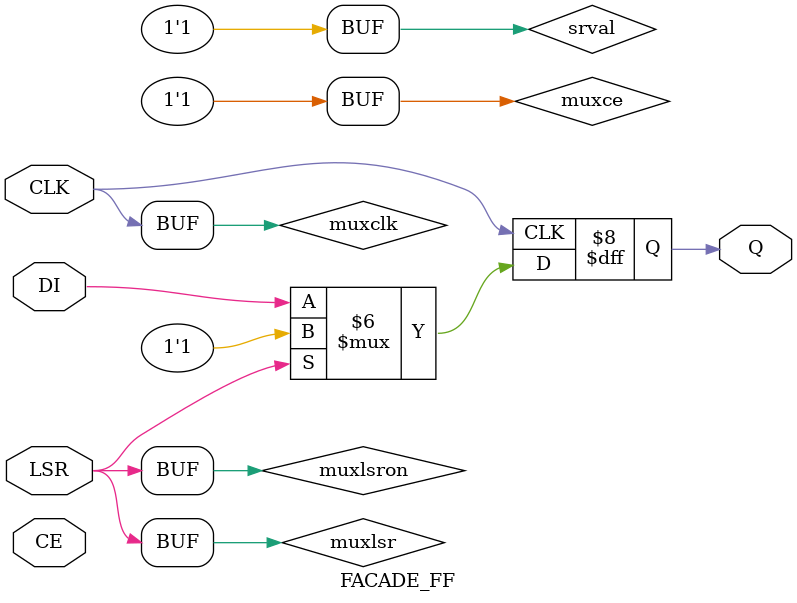
<source format=v>
module FACADE_FF #(
	parameter GSR = "ENABLED",
	parameter CEMUX = "1",
	parameter CLKMUX = "0",
	parameter LSRMUX = "LSR",
	parameter LSRONMUX = "LSRMUX",
	parameter SRMODE = "LSR_OVER_CE",
	parameter REGSET = "SET",
	parameter REGMODE = "FF"
) (
	input CLK, DI, LSR, CE,
	output reg Q
);
	wire muxce;
	generate
		case (CEMUX)
			"1": assign muxce = 1'b1;
			"0": assign muxce = 1'b0;
			"INV": assign muxce = ~CE;
			default: assign muxce = CE;
		endcase
	endgenerate
	wire muxlsr = (LSRMUX == "INV") ? ~LSR : LSR;
	wire muxlsron = (LSRONMUX == "LSRMUX") ? muxlsr : 1'b0;
	wire muxclk = (CLKMUX == "INV") ? ~CLK : CLK;
	wire srval = (REGSET == "SET") ? 1'b1 : 1'b0;
	initial Q = srval;
	generate
		if (REGMODE == "FF") begin
			if (SRMODE == "ASYNC") begin
				always @(posedge muxclk, posedge muxlsron)
					if (muxlsron)
						Q <= srval;
					else if (muxce)
						Q <= DI;
			end else begin
				always @(posedge muxclk)
					if (muxlsron)
						Q <= srval;
					else if (muxce)
						Q <= DI;
			end
		end else if (REGMODE == "LATCH") begin
			ERROR_UNSUPPORTED_FF_MODE error();
		end else begin
			ERROR_UNKNOWN_FF_MODE error();
		end
	endgenerate
endmodule
</source>
